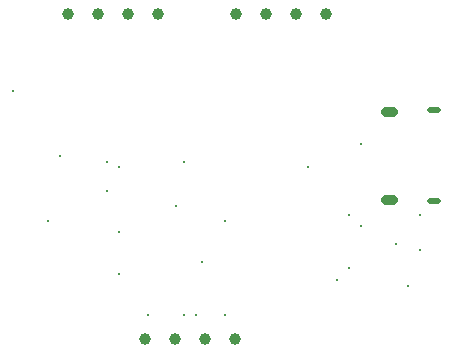
<source format=gbr>
%TF.GenerationSoftware,KiCad,Pcbnew,9.0.4*%
%TF.CreationDate,2025-10-05T01:25:01+05:30*%
%TF.ProjectId,Project4,50726f6a-6563-4743-942e-6b696361645f,rev?*%
%TF.SameCoordinates,Original*%
%TF.FileFunction,Plated,1,2,PTH,Mixed*%
%TF.FilePolarity,Positive*%
%FSLAX46Y46*%
G04 Gerber Fmt 4.6, Leading zero omitted, Abs format (unit mm)*
G04 Created by KiCad (PCBNEW 9.0.4) date 2025-10-05 01:25:01*
%MOMM*%
%LPD*%
G01*
G04 APERTURE LIST*
%TA.AperFunction,ViaDrill*%
%ADD10C,0.300000*%
%TD*%
G04 aperture for slot hole*
%TA.AperFunction,ComponentDrill*%
%ADD11C,0.550000*%
%TD*%
G04 aperture for slot hole*
%TA.AperFunction,ComponentDrill*%
%ADD12C,0.850000*%
%TD*%
%TA.AperFunction,ComponentDrill*%
%ADD13C,1.000000*%
%TD*%
G04 APERTURE END LIST*
D10*
X98500000Y-86000000D03*
X101500000Y-97000000D03*
X102500000Y-91500000D03*
X106500000Y-92000000D03*
X106500000Y-94500000D03*
X107500000Y-92500000D03*
X107500000Y-98000000D03*
X107500000Y-101500000D03*
X110000000Y-105000000D03*
X112350000Y-95792980D03*
X113000000Y-92000000D03*
X113000000Y-105000000D03*
X114000000Y-105000000D03*
X114500000Y-100500000D03*
X116500000Y-97000000D03*
X116500000Y-105000000D03*
X123500000Y-92500000D03*
X126000000Y-102000000D03*
X127000000Y-96500000D03*
X127000000Y-101000000D03*
X128000000Y-90500000D03*
X128000000Y-97500000D03*
X131000000Y-99000000D03*
X132000000Y-102500000D03*
X133000000Y-96500000D03*
X133000000Y-99500000D03*
D11*
%TO.C,J1*%
X134520000Y-87630000D02*
X133870000Y-87630000D01*
X134520000Y-95380000D02*
X133870000Y-95380000D01*
D12*
X130670000Y-87780000D02*
X130120000Y-87780000D01*
X130670000Y-95230000D02*
X130120000Y-95230000D01*
D13*
%TO.C,J2*%
X103190000Y-79500000D03*
X105730000Y-79500000D03*
X108270000Y-79500000D03*
%TO.C,J4*%
X109690000Y-107000000D03*
%TO.C,J2*%
X110810000Y-79500000D03*
%TO.C,J4*%
X112230000Y-107000000D03*
X114770000Y-107000000D03*
X117310000Y-107000000D03*
%TO.C,J3*%
X117460000Y-79500000D03*
X120000000Y-79500000D03*
X122540000Y-79500000D03*
X125080000Y-79500000D03*
M02*

</source>
